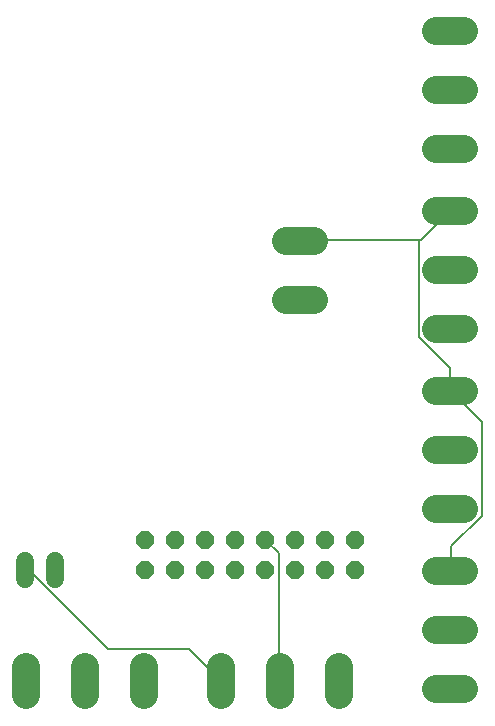
<source format=gbl>
G75*
%MOIN*%
%OFA0B0*%
%FSLAX25Y25*%
%IPPOS*%
%LPD*%
%AMOC8*
5,1,8,0,0,1.08239X$1,22.5*
%
%ADD10C,0.09370*%
%ADD11OC8,0.06000*%
%ADD12C,0.06000*%
%ADD13C,0.00600*%
D10*
X0016315Y0017213D02*
X0016315Y0026583D01*
X0036000Y0026583D02*
X0036000Y0017213D01*
X0055685Y0017213D02*
X0055685Y0026583D01*
X0081315Y0026583D02*
X0081315Y0017213D01*
X0101000Y0017213D02*
X0101000Y0026583D01*
X0120685Y0026583D02*
X0120685Y0017213D01*
X0153087Y0018984D02*
X0162457Y0018984D01*
X0162457Y0038669D02*
X0153087Y0038669D01*
X0153087Y0058354D02*
X0162457Y0058354D01*
X0162457Y0078984D02*
X0153087Y0078984D01*
X0153087Y0098669D02*
X0162457Y0098669D01*
X0162457Y0118354D02*
X0153087Y0118354D01*
X0153087Y0138984D02*
X0162457Y0138984D01*
X0162457Y0158669D02*
X0153087Y0158669D01*
X0153087Y0178354D02*
X0162457Y0178354D01*
X0162457Y0198984D02*
X0153087Y0198984D01*
X0153087Y0218669D02*
X0162457Y0218669D01*
X0162457Y0238354D02*
X0153087Y0238354D01*
X0112457Y0168512D02*
X0103087Y0168512D01*
X0103087Y0148827D02*
X0112457Y0148827D01*
D11*
X0116000Y0068669D03*
X0116000Y0058669D03*
X0106000Y0058669D03*
X0106000Y0068669D03*
X0096000Y0068669D03*
X0096000Y0058669D03*
X0086000Y0058669D03*
X0086000Y0068669D03*
X0076000Y0068669D03*
X0076000Y0058669D03*
X0066000Y0058669D03*
X0066000Y0068669D03*
X0056000Y0068669D03*
X0056000Y0058669D03*
X0126000Y0058669D03*
X0126000Y0068669D03*
D12*
X0026000Y0061669D02*
X0026000Y0055669D01*
X0016000Y0055669D02*
X0016000Y0061669D01*
D13*
X0016000Y0058669D02*
X0016000Y0058269D01*
X0017800Y0058269D01*
X0043600Y0032469D01*
X0070600Y0032469D01*
X0080800Y0022269D01*
X0081315Y0021898D01*
X0100600Y0022269D02*
X0101000Y0021898D01*
X0100600Y0022269D02*
X0100600Y0064269D01*
X0096400Y0068469D01*
X0096000Y0068669D01*
X0157600Y0126069D02*
X0147400Y0136269D01*
X0147400Y0168669D01*
X0107800Y0168669D01*
X0107772Y0168512D01*
X0147400Y0168669D02*
X0148000Y0168669D01*
X0157600Y0178269D01*
X0157772Y0178354D01*
X0157600Y0126069D02*
X0157600Y0118869D01*
X0157772Y0118354D01*
X0158200Y0118269D01*
X0168400Y0108069D01*
X0168400Y0076869D01*
X0158200Y0066669D01*
X0158200Y0058869D01*
X0157772Y0058354D01*
M02*

</source>
